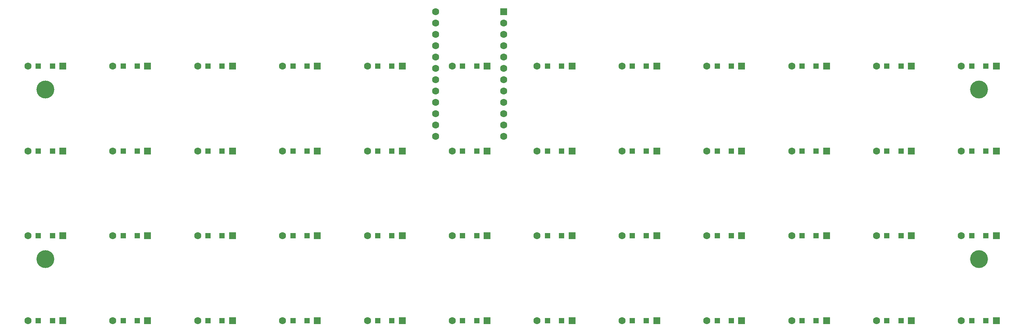
<source format=gbs>
%TF.GenerationSoftware,KiCad,Pcbnew,6.0.3-a3aad9c10e~116~ubuntu21.10.1*%
%TF.CreationDate,2022-04-17T15:15:34+01:00*%
%TF.ProjectId,PCB,5043422e-6b69-4636-9164-5f7063625858,rev?*%
%TF.SameCoordinates,Original*%
%TF.FileFunction,Soldermask,Bot*%
%TF.FilePolarity,Negative*%
%FSLAX46Y46*%
G04 Gerber Fmt 4.6, Leading zero omitted, Abs format (unit mm)*
G04 Created by KiCad (PCBNEW 6.0.3-a3aad9c10e~116~ubuntu21.10.1) date 2022-04-17 15:15:34*
%MOMM*%
%LPD*%
G01*
G04 APERTURE LIST*
%ADD10C,4.000000*%
%ADD11R,1.600000X1.600000*%
%ADD12C,1.600000*%
%ADD13R,1.200000X1.200000*%
G04 APERTURE END LIST*
D10*
%TO.C,HOLE_M3*%
X255020000Y-80440000D03*
%TD*%
%TO.C,HOLE_M3*%
X46020000Y-118440000D03*
%TD*%
%TO.C,HOLE_M3*%
X46020000Y-80440000D03*
%TD*%
%TO.C,HOLE_M3*%
X255020000Y-118440000D03*
%TD*%
D11*
%TO.C,Pro-Micro1*%
X148640000Y-62975000D03*
D12*
X148640000Y-65515000D03*
X148640000Y-68055000D03*
X148640000Y-70595000D03*
X148640000Y-73135000D03*
X148640000Y-75675000D03*
X148640000Y-78215000D03*
X148640000Y-80755000D03*
X148640000Y-83295000D03*
X148640000Y-85835000D03*
X148640000Y-88375000D03*
X148640000Y-90915000D03*
X133400000Y-90915000D03*
X133400000Y-88375000D03*
X133400000Y-85835000D03*
X133400000Y-83295000D03*
X133400000Y-80755000D03*
X133400000Y-78215000D03*
X133400000Y-75675000D03*
X133400000Y-73135000D03*
X133400000Y-70595000D03*
X133400000Y-68055000D03*
X133400000Y-65515000D03*
X133400000Y-62975000D03*
%TD*%
D11*
%TO.C,D39*%
X87920000Y-132240000D03*
D13*
X85595000Y-132240000D03*
X82445000Y-132240000D03*
D12*
X80120000Y-132240000D03*
%TD*%
D13*
%TO.C,D26*%
X66595000Y-113240000D03*
D11*
X68920000Y-113240000D03*
D13*
X63445000Y-113240000D03*
D12*
X61120000Y-113240000D03*
%TD*%
D11*
%TO.C,D11*%
X239920000Y-75240000D03*
D13*
X237595000Y-75240000D03*
D12*
X232120000Y-75240000D03*
D13*
X234445000Y-75240000D03*
%TD*%
D11*
%TO.C,D18*%
X144920000Y-94240000D03*
D13*
X142595000Y-94240000D03*
D12*
X137120000Y-94240000D03*
D13*
X139445000Y-94240000D03*
%TD*%
%TO.C,D10*%
X218595000Y-75240000D03*
D11*
X220920000Y-75240000D03*
D13*
X215445000Y-75240000D03*
D12*
X213120000Y-75240000D03*
%TD*%
D13*
%TO.C,D23*%
X237595000Y-94240000D03*
D11*
X239920000Y-94240000D03*
D12*
X232120000Y-94240000D03*
D13*
X234445000Y-94240000D03*
%TD*%
%TO.C,D28*%
X104595000Y-113240000D03*
D11*
X106920000Y-113240000D03*
D12*
X99120000Y-113240000D03*
D13*
X101445000Y-113240000D03*
%TD*%
%TO.C,D7*%
X161595000Y-75240000D03*
D11*
X163920000Y-75240000D03*
D12*
X156120000Y-75240000D03*
D13*
X158445000Y-75240000D03*
%TD*%
D11*
%TO.C,D37*%
X49920000Y-132240000D03*
D13*
X47595000Y-132240000D03*
X44445000Y-132240000D03*
D12*
X42120000Y-132240000D03*
%TD*%
D13*
%TO.C,D1*%
X47595000Y-75240000D03*
D11*
X49920000Y-75240000D03*
D12*
X42120000Y-75240000D03*
D13*
X44445000Y-75240000D03*
%TD*%
D11*
%TO.C,D48*%
X258920000Y-132240000D03*
D13*
X256595000Y-132240000D03*
D12*
X251120000Y-132240000D03*
D13*
X253445000Y-132240000D03*
%TD*%
D11*
%TO.C,D47*%
X239920000Y-132240000D03*
D13*
X237595000Y-132240000D03*
X234445000Y-132240000D03*
D12*
X232120000Y-132240000D03*
%TD*%
D13*
%TO.C,D21*%
X199595000Y-94240000D03*
D11*
X201920000Y-94240000D03*
D12*
X194120000Y-94240000D03*
D13*
X196445000Y-94240000D03*
%TD*%
D11*
%TO.C,D6*%
X144920000Y-75240000D03*
D13*
X142595000Y-75240000D03*
X139445000Y-75240000D03*
D12*
X137120000Y-75240000D03*
%TD*%
D11*
%TO.C,D31*%
X163920000Y-113240000D03*
D13*
X161595000Y-113240000D03*
X158445000Y-113240000D03*
D12*
X156120000Y-113240000D03*
%TD*%
D11*
%TO.C,D4*%
X106920000Y-75240000D03*
D13*
X104595000Y-75240000D03*
X101445000Y-75240000D03*
D12*
X99120000Y-75240000D03*
%TD*%
D11*
%TO.C,D36*%
X258920000Y-113240000D03*
D13*
X256595000Y-113240000D03*
D12*
X251120000Y-113240000D03*
D13*
X253445000Y-113240000D03*
%TD*%
D11*
%TO.C,D14*%
X68920000Y-94240000D03*
D13*
X66595000Y-94240000D03*
X63445000Y-94240000D03*
D12*
X61120000Y-94240000D03*
%TD*%
D11*
%TO.C,D29*%
X125920000Y-113240000D03*
D13*
X123595000Y-113240000D03*
D12*
X118120000Y-113240000D03*
D13*
X120445000Y-113240000D03*
%TD*%
D11*
%TO.C,D42*%
X144920000Y-132240000D03*
D13*
X142595000Y-132240000D03*
D12*
X137120000Y-132240000D03*
D13*
X139445000Y-132240000D03*
%TD*%
%TO.C,D41*%
X123595000Y-132240000D03*
D11*
X125920000Y-132240000D03*
D12*
X118120000Y-132240000D03*
D13*
X120445000Y-132240000D03*
%TD*%
D11*
%TO.C,D40*%
X106920000Y-132240000D03*
D13*
X104595000Y-132240000D03*
X101445000Y-132240000D03*
D12*
X99120000Y-132240000D03*
%TD*%
D13*
%TO.C,D8*%
X180595000Y-75240000D03*
D11*
X182920000Y-75240000D03*
D13*
X177445000Y-75240000D03*
D12*
X175120000Y-75240000D03*
%TD*%
D13*
%TO.C,D17*%
X123595000Y-94240000D03*
D11*
X125920000Y-94240000D03*
D12*
X118120000Y-94240000D03*
D13*
X120445000Y-94240000D03*
%TD*%
D11*
%TO.C,D2*%
X68920000Y-75240000D03*
D13*
X66595000Y-75240000D03*
X63445000Y-75240000D03*
D12*
X61120000Y-75240000D03*
%TD*%
D13*
%TO.C,D24*%
X256595000Y-94240000D03*
D11*
X258920000Y-94240000D03*
D13*
X253445000Y-94240000D03*
D12*
X251120000Y-94240000D03*
%TD*%
D11*
%TO.C,D9*%
X201920000Y-75240000D03*
D13*
X199595000Y-75240000D03*
D12*
X194120000Y-75240000D03*
D13*
X196445000Y-75240000D03*
%TD*%
D11*
%TO.C,D12*%
X258920000Y-75240000D03*
D13*
X256595000Y-75240000D03*
X253445000Y-75240000D03*
D12*
X251120000Y-75240000D03*
%TD*%
D13*
%TO.C,D13*%
X47595000Y-94240000D03*
D11*
X49920000Y-94240000D03*
D12*
X42120000Y-94240000D03*
D13*
X44445000Y-94240000D03*
%TD*%
%TO.C,D5*%
X123595000Y-75240000D03*
D11*
X125920000Y-75240000D03*
D12*
X118120000Y-75240000D03*
D13*
X120445000Y-75240000D03*
%TD*%
%TO.C,D33*%
X199595000Y-113240000D03*
D11*
X201920000Y-113240000D03*
D13*
X196445000Y-113240000D03*
D12*
X194120000Y-113240000D03*
%TD*%
D13*
%TO.C,D30*%
X142595000Y-113240000D03*
D11*
X144920000Y-113240000D03*
D13*
X139445000Y-113240000D03*
D12*
X137120000Y-113240000D03*
%TD*%
D11*
%TO.C,D27*%
X87920000Y-113240000D03*
D13*
X85595000Y-113240000D03*
X82445000Y-113240000D03*
D12*
X80120000Y-113240000D03*
%TD*%
D13*
%TO.C,D25*%
X47595000Y-113240000D03*
D11*
X49920000Y-113240000D03*
D12*
X42120000Y-113240000D03*
D13*
X44445000Y-113240000D03*
%TD*%
%TO.C,D45*%
X199595000Y-132240000D03*
D11*
X201920000Y-132240000D03*
D12*
X194120000Y-132240000D03*
D13*
X196445000Y-132240000D03*
%TD*%
D11*
%TO.C,D20*%
X182920000Y-94240000D03*
D13*
X180595000Y-94240000D03*
X177445000Y-94240000D03*
D12*
X175120000Y-94240000D03*
%TD*%
D13*
%TO.C,D38*%
X66595000Y-132240000D03*
D11*
X68920000Y-132240000D03*
D12*
X61120000Y-132240000D03*
D13*
X63445000Y-132240000D03*
%TD*%
D11*
%TO.C,D43*%
X163920000Y-132240000D03*
D13*
X161595000Y-132240000D03*
X158445000Y-132240000D03*
D12*
X156120000Y-132240000D03*
%TD*%
D11*
%TO.C,D44*%
X182920000Y-132240000D03*
D13*
X180595000Y-132240000D03*
D12*
X175120000Y-132240000D03*
D13*
X177445000Y-132240000D03*
%TD*%
D11*
%TO.C,D32*%
X182920000Y-113240000D03*
D13*
X180595000Y-113240000D03*
X177445000Y-113240000D03*
D12*
X175120000Y-113240000D03*
%TD*%
D11*
%TO.C,D22*%
X220920000Y-94240000D03*
D13*
X218595000Y-94240000D03*
X215445000Y-94240000D03*
D12*
X213120000Y-94240000D03*
%TD*%
D11*
%TO.C,D3*%
X87920000Y-75240000D03*
D13*
X85595000Y-75240000D03*
D12*
X80120000Y-75240000D03*
D13*
X82445000Y-75240000D03*
%TD*%
%TO.C,D15*%
X85595000Y-94240000D03*
D11*
X87920000Y-94240000D03*
D13*
X82445000Y-94240000D03*
D12*
X80120000Y-94240000D03*
%TD*%
D11*
%TO.C,D46*%
X220920000Y-132240000D03*
D13*
X218595000Y-132240000D03*
X215445000Y-132240000D03*
D12*
X213120000Y-132240000D03*
%TD*%
D11*
%TO.C,D16*%
X106920000Y-94240000D03*
D13*
X104595000Y-94240000D03*
X101445000Y-94240000D03*
D12*
X99120000Y-94240000D03*
%TD*%
D13*
%TO.C,D35*%
X237595000Y-113240000D03*
D11*
X239920000Y-113240000D03*
D13*
X234445000Y-113240000D03*
D12*
X232120000Y-113240000D03*
%TD*%
D11*
%TO.C,D34*%
X220920000Y-113240000D03*
D13*
X218595000Y-113240000D03*
D12*
X213120000Y-113240000D03*
D13*
X215445000Y-113240000D03*
%TD*%
%TO.C,D19*%
X161595000Y-94240000D03*
D11*
X163920000Y-94240000D03*
D13*
X158445000Y-94240000D03*
D12*
X156120000Y-94240000D03*
%TD*%
M02*

</source>
